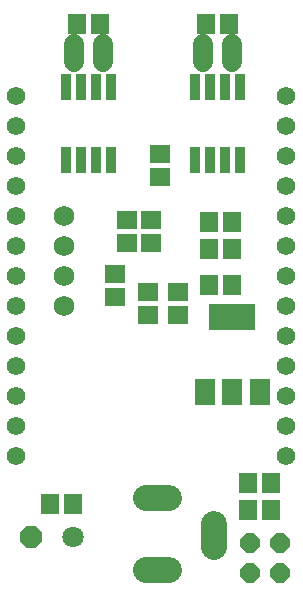
<source format=gbr>
G04 EAGLE Gerber RS-274X export*
G75*
%MOIN*%
%FSLAX25Y25*%
%LPD*%
%INSoldermask Bottom*%
%IPPOS*%
%AMOC8*
5,1,8,0,0,1.08239X$1,22.5*%
G01*
%ADD10C,0.086740*%
%ADD11P,0.076850X8X202.500000*%
%ADD12C,0.071000*%
%ADD13R,0.059181X0.067055*%
%ADD14C,0.068000*%
%ADD15R,0.067055X0.086740*%
%ADD16R,0.157606X0.086740*%
%ADD17C,0.061465*%
%ADD18R,0.034000X0.088000*%
%ADD19R,0.067055X0.059181*%
%ADD20P,0.069273X8X22.500000*%
%ADD21C,0.068000*%


D10*
X50063Y32000D02*
X57937Y32000D01*
X72898Y23543D02*
X72898Y15669D01*
X57937Y8000D02*
X50063Y8000D01*
D11*
X12000Y19000D03*
D12*
X26000Y19000D03*
D13*
X27260Y190100D03*
X34740Y190100D03*
X70260Y190100D03*
X77740Y190100D03*
X25740Y30000D03*
X18260Y30000D03*
X84260Y28000D03*
X91740Y28000D03*
X71260Y103000D03*
X78740Y103000D03*
D14*
X35921Y177500D02*
X35921Y183500D01*
X26079Y183500D02*
X26079Y177500D01*
X78921Y177500D02*
X78921Y183500D01*
X69079Y183500D02*
X69079Y177500D01*
D13*
X91740Y37000D03*
X84260Y37000D03*
D15*
X88055Y67598D03*
X79000Y67598D03*
X69945Y67598D03*
D16*
X79000Y92402D03*
D17*
X7000Y106000D03*
X7000Y116000D03*
X7000Y126000D03*
X7000Y136000D03*
X7000Y146000D03*
X7000Y156000D03*
X7000Y166000D03*
X7000Y96000D03*
X7000Y86000D03*
X7000Y76000D03*
X7000Y66000D03*
X7000Y56000D03*
X7000Y46000D03*
X97000Y106000D03*
X97000Y96000D03*
X97000Y86000D03*
X97000Y76000D03*
X97000Y66000D03*
X97000Y56000D03*
X97000Y46000D03*
X97000Y116000D03*
X97000Y126000D03*
X97000Y136000D03*
X97000Y146000D03*
X97000Y156000D03*
X97000Y166000D03*
D18*
X23500Y169100D03*
X23500Y144900D03*
X28500Y169100D03*
X33500Y169100D03*
X28500Y144900D03*
X33500Y144900D03*
X38500Y169100D03*
X38500Y144900D03*
X66500Y169100D03*
X66500Y144900D03*
X71500Y169100D03*
X76500Y169100D03*
X71500Y144900D03*
X76500Y144900D03*
X81500Y169100D03*
X81500Y144900D03*
D19*
X61000Y100740D03*
X61000Y93260D03*
X40000Y106740D03*
X40000Y99260D03*
X51000Y93260D03*
X51000Y100740D03*
X55000Y139260D03*
X55000Y146740D03*
X44000Y124740D03*
X44000Y117260D03*
X52000Y124740D03*
X52000Y117260D03*
D13*
X71260Y124000D03*
X78740Y124000D03*
X71260Y115000D03*
X78740Y115000D03*
D20*
X85000Y7000D03*
X85000Y17000D03*
X95000Y7000D03*
X95000Y17000D03*
D21*
X23000Y126000D03*
X23000Y116000D03*
X23000Y106000D03*
X23000Y96000D03*
M02*

</source>
